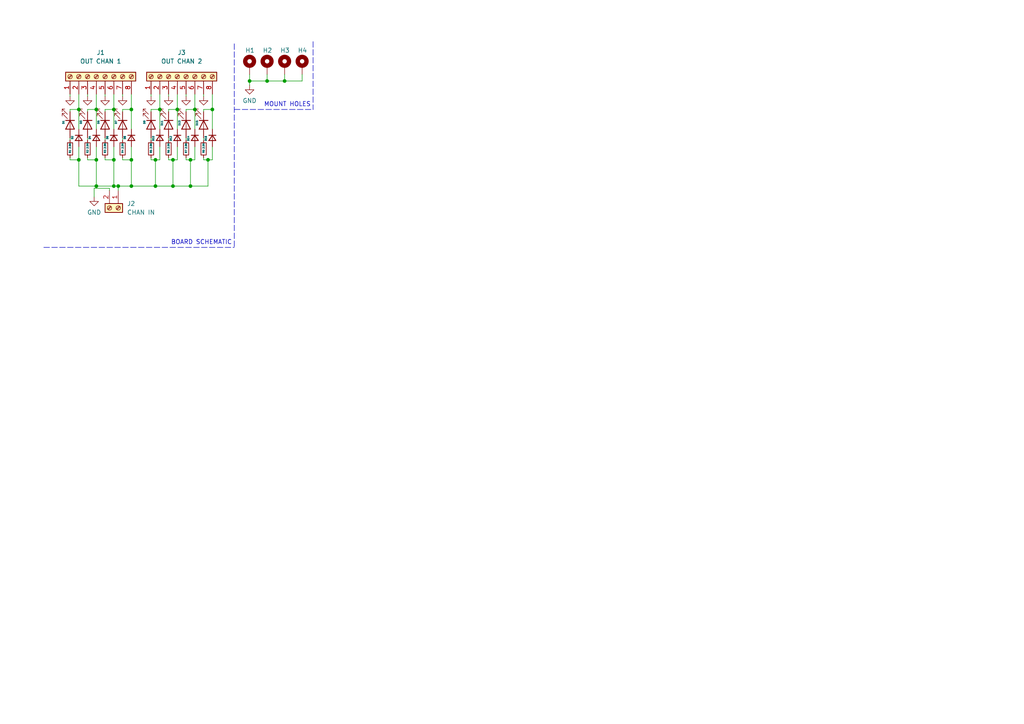
<source format=kicad_sch>
(kicad_sch (version 20211123) (generator eeschema)
  (paper "A4")
  (lib_symbols
    (symbol "Connector:Screw_Terminal_01x02" (pin_names (offset 1.016) hide)
      (property "Reference" "J" (at 0 2.54 0))
      (property "Value" "Screw_Terminal_01x02" (at 0 -5.08 0))
      (symbol "Screw_Terminal_01x02_1_1"
        (rectangle (start -1.27 1.27) (end 1.27 -3.81) (stroke (width 0.254)) (fill (type background)))
        (circle (center 0 -2.54) (radius 0.635) (stroke (width 0.1524)))
        (polyline (pts (xy -0.5334 -2.2098) (xy 0.3302 -3.048)) (stroke (width 0.1524)))
        (polyline (pts (xy -0.5334 0.3302) (xy 0.3302 -0.508)) (stroke (width 0.1524)))
        (polyline (pts (xy -0.3556 -2.032) (xy 0.508 -2.8702)) (stroke (width 0.1524)))
        (polyline (pts (xy -0.3556 0.508) (xy 0.508 -0.3302)) (stroke (width 0.1524)))
        (circle (center 0 0) (radius 0.635) (stroke (width 0.1524)))
        (pin passive line (at -5.08 0 0) (length 3.81) (name "Pin_1") (number "1"))
        (pin passive line (at -5.08 -2.54 0) (length 3.81) (name "Pin_2") (number "2"))
      )
    )
    (symbol "Connector:Screw_Terminal_01x08" (pin_names (offset 1.016) hide)
      (property "Reference" "J" (at 0 10.16 0))
      (property "Value" "Screw_Terminal_01x08" (at 0 -12.7 0))
      (symbol "Screw_Terminal_01x08_1_1"
        (rectangle (start -1.27 8.89) (end 1.27 -11.43) (stroke (width 0.254)) (fill (type background)))
        (circle (center 0 -10.16) (radius 0.635) (stroke (width 0.1524)))
        (circle (center 0 -7.62) (radius 0.635) (stroke (width 0.1524)))
        (circle (center 0 -5.08) (radius 0.635) (stroke (width 0.1524)))
        (circle (center 0 -2.54) (radius 0.635) (stroke (width 0.1524)))
        (polyline (pts (xy -0.5334 -9.8298) (xy 0.3302 -10.668)) (stroke (width 0.1524)))
        (polyline (pts (xy -0.5334 -7.2898) (xy 0.3302 -8.128)) (stroke (width 0.1524)))
        (polyline (pts (xy -0.5334 -4.7498) (xy 0.3302 -5.588)) (stroke (width 0.1524)))
        (polyline (pts (xy -0.5334 -2.2098) (xy 0.3302 -3.048)) (stroke (width 0.1524)))
        (polyline (pts (xy -0.5334 0.3302) (xy 0.3302 -0.508)) (stroke (width 0.1524)))
        (polyline (pts (xy -0.5334 2.8702) (xy 0.3302 2.032)) (stroke (width 0.1524)))
        (polyline (pts (xy -0.5334 5.4102) (xy 0.3302 4.572)) (stroke (width 0.1524)))
        (polyline (pts (xy -0.5334 7.9502) (xy 0.3302 7.112)) (stroke (width 0.1524)))
        (polyline (pts (xy -0.3556 -9.652) (xy 0.508 -10.4902)) (stroke (width 0.1524)))
        (polyline (pts (xy -0.3556 -7.112) (xy 0.508 -7.9502)) (stroke (width 0.1524)))
        (polyline (pts (xy -0.3556 -4.572) (xy 0.508 -5.4102)) (stroke (width 0.1524)))
        (polyline (pts (xy -0.3556 -2.032) (xy 0.508 -2.8702)) (stroke (width 0.1524)))
        (polyline (pts (xy -0.3556 0.508) (xy 0.508 -0.3302)) (stroke (width 0.1524)))
        (polyline (pts (xy -0.3556 3.048) (xy 0.508 2.2098)) (stroke (width 0.1524)))
        (polyline (pts (xy -0.3556 5.588) (xy 0.508 4.7498)) (stroke (width 0.1524)))
        (polyline (pts (xy -0.3556 8.128) (xy 0.508 7.2898)) (stroke (width 0.1524)))
        (circle (center 0 0) (radius 0.635) (stroke (width 0.1524)))
        (circle (center 0 2.54) (radius 0.635) (stroke (width 0.1524)))
        (circle (center 0 5.08) (radius 0.635) (stroke (width 0.1524)))
        (circle (center 0 7.62) (radius 0.635) (stroke (width 0.1524)))
        (pin passive line (at -5.08 7.62 0) (length 3.81) (name "Pin_1") (number "1"))
        (pin passive line (at -5.08 5.08 0) (length 3.81) (name "Pin_2") (number "2"))
        (pin passive line (at -5.08 2.54 0) (length 3.81) (name "Pin_3") (number "3"))
        (pin passive line (at -5.08 0 0) (length 3.81) (name "Pin_4") (number "4"))
        (pin passive line (at -5.08 -2.54 0) (length 3.81) (name "Pin_5") (number "5"))
        (pin passive line (at -5.08 -5.08 0) (length 3.81) (name "Pin_6") (number "6"))
        (pin passive line (at -5.08 -7.62 0) (length 3.81) (name "Pin_7") (number "7"))
        (pin passive line (at -5.08 -10.16 0) (length 3.81) (name "Pin_8") (number "8"))
      )
    )
    (symbol "Device:D_Small" (pin_numbers hide) (pin_names (offset 0.254) hide)
      (property "Reference" "D" (at -1.27 2.032 0))
      (property "Value" "D_Small" (at -3.81 -2.032 0))
      (symbol "D_Small_0_1"
        (polyline (pts (xy -0.762 -1.016) (xy -0.762 1.016)) (stroke (width 0.254)))
        (polyline (pts (xy -0.762 0) (xy 0.762 0)))
        (polyline (pts (xy 0.762 -1.016) (xy -0.762 0) (xy 0.762 1.016) (xy 0.762 -1.016)) (stroke (width 0.254)))
      )
      (symbol "D_Small_1_1"
        (pin passive line (at -2.54 0 0) (length 1.778) (name "K") (number "1"))
        (pin passive line (at 2.54 0 180) (length 1.778) (name "A") (number "2"))
      )
    )
    (symbol "Device:LED" (pin_numbers hide) (pin_names (offset 1.016) hide)
      (property "Reference" "D" (at 0 2.54 0))
      (property "Value" "LED" (at 0 -2.54 0))
      (symbol "LED_0_1"
        (polyline (pts (xy -1.27 -1.27) (xy -1.27 1.27)) (stroke (width 0.254)))
        (polyline (pts (xy -1.27 0) (xy 1.27 0)))
        (polyline (pts (xy 1.27 -1.27) (xy 1.27 1.27) (xy -1.27 0) (xy 1.27 -1.27)) (stroke (width 0.254)))
        (polyline (pts (xy -3.048 -0.762) (xy -4.572 -2.286) (xy -3.81 -2.286) (xy -4.572 -2.286) (xy -4.572 -1.524)))
        (polyline (pts (xy -1.778 -0.762) (xy -3.302 -2.286) (xy -2.54 -2.286) (xy -3.302 -2.286) (xy -3.302 -1.524)))
      )
      (symbol "LED_1_1"
        (pin passive line (at -3.81 0 0) (length 2.54) (name "K") (number "1"))
        (pin passive line (at 3.81 0 180) (length 2.54) (name "A") (number "2"))
      )
    )
    (symbol "Device:R_Small" (pin_numbers hide) (pin_names (offset 0.254) hide)
      (property "Reference" "R" (at 0.762 0.508 0))
      (property "Value" "R_Small" (at 0.762 -1.016 0))
      (symbol "R_Small_0_1"
        (rectangle (start -0.762 1.778) (end 0.762 -1.778) (stroke (width 0.2032)))
      )
      (symbol "R_Small_1_1"
        (pin passive line (at 0 2.54 270) (length 0.762) (name "~") (number "1"))
        (pin passive line (at 0 -2.54 90) (length 0.762) (name "~") (number "2"))
      )
    )
    (symbol "Mechanical:MountingHole_Pad" (pin_numbers hide) (pin_names (offset 1.016) hide)
      (property "Reference" "H" (at 0 6.35 0))
      (property "Value" "MountingHole_Pad" (at 0 4.445 0))
      (symbol "MountingHole_Pad_0_1"
        (circle (center 0 1.27) (radius 1.27) (stroke (width 1.27)))
      )
      (symbol "MountingHole_Pad_1_1"
        (pin input line (at 0 -2.54 90) (length 2.54) (name "1") (number "1"))
      )
    )
    (symbol "power:GND" (power) (pin_names (offset 0))
      (property "Value" "GND" (at 0 -3.81 0))
      (symbol "GND_0_1"
        (polyline (pts (xy 0 0) (xy 0 -1.27) (xy 1.27 -1.27) (xy 0 -2.54) (xy -1.27 -1.27) (xy 0 -1.27)))
      )
      (symbol "GND_1_1"
        (pin power_in line (at 0 0 270) (length 0) hide (name "GND") (number "1"))
      )
    )
  )
  (junction (at 45.085 53.975))
  (junction (at 38.1 53.975))
  (junction (at 77.47 23.495))
  (junction (at 33.02 46.355))
  (junction (at 51.435 31.75))
  (junction (at 61.595 31.75))
  (junction (at 27.94 31.75))
  (junction (at 38.1 46.355))
  (junction (at 50.165 46.355))
  (junction (at 27.94 46.355))
  (junction (at 46.355 31.75))
  (junction (at 27.94 53.975))
  (junction (at 22.86 46.355))
  (junction (at 50.165 53.975))
  (junction (at 72.39 23.495))
  (junction (at 34.29 53.975))
  (junction (at 82.55 23.495))
  (junction (at 55.245 46.355))
  (junction (at 22.86 31.75))
  (junction (at 38.1 31.75))
  (junction (at 56.515 31.75))
  (junction (at 55.245 53.975))
  (junction (at 33.02 31.75))
  (junction (at 33.02 53.975))
  (junction (at 45.085 46.355))
  (junction (at 60.325 46.355))
  (wire (pts (xy 55.245 53.975) (xy 60.325 53.975)))
  (wire (pts (xy 45.085 53.975) (xy 50.165 53.975)))
  (wire (pts (xy 56.515 31.75) (xy 56.515 37.465)))
  (wire (pts (xy 43.815 46.355) (xy 45.085 46.355)))
  (wire (pts (xy 22.86 31.75) (xy 22.86 37.465)))
  (wire (pts (xy 20.32 32.385) (xy 20.32 31.75)))
  (wire (pts (xy 31.75 54.61) (xy 31.75 55.245)))
  (wire (pts (xy 35.56 46.355) (xy 38.1 46.355)))
  (wire (pts (xy 30.48 32.385) (xy 30.48 31.75)))
  (wire (pts (xy 51.435 27.305) (xy 51.435 31.75)))
  (wire (pts (xy 43.815 31.75) (xy 46.355 31.75)))
  (wire (pts (xy 35.56 40.64) (xy 35.56 40.005)))
  (wire (pts (xy 59.055 45.72) (xy 59.055 46.355)))
  (wire (pts (xy 33.02 46.355) (xy 33.02 53.975)))
  (wire (pts (xy 53.975 40.64) (xy 53.975 40.005)))
  (wire (pts (xy 20.32 27.305) (xy 20.32 27.94)))
  (wire (pts (xy 30.48 27.305) (xy 30.48 27.94)))
  (wire (pts (xy 61.595 27.305) (xy 61.595 31.75)))
  (wire (pts (xy 48.895 46.355) (xy 50.165 46.355)))
  (wire (pts (xy 60.325 53.975) (xy 60.325 46.355)))
  (polyline (pts (xy 90.805 12.065) (xy 90.805 31.75)))
  (wire (pts (xy 59.055 27.305) (xy 59.055 27.94)))
  (wire (pts (xy 61.595 42.545) (xy 61.595 46.355)))
  (wire (pts (xy 45.085 46.355) (xy 46.355 46.355)))
  (wire (pts (xy 56.515 27.305) (xy 56.515 31.75)))
  (wire (pts (xy 20.32 40.64) (xy 20.32 40.005)))
  (wire (pts (xy 38.1 42.545) (xy 38.1 46.355)))
  (wire (pts (xy 38.1 46.355) (xy 38.1 53.975)))
  (wire (pts (xy 34.29 53.975) (xy 34.29 55.245)))
  (wire (pts (xy 43.815 45.72) (xy 43.815 46.355)))
  (wire (pts (xy 27.94 46.355) (xy 27.94 53.975)))
  (wire (pts (xy 82.55 21.59) (xy 82.55 23.495)))
  (wire (pts (xy 59.055 46.355) (xy 60.325 46.355)))
  (wire (pts (xy 22.86 46.355) (xy 22.86 53.975)))
  (wire (pts (xy 33.02 27.305) (xy 33.02 31.75)))
  (wire (pts (xy 45.085 53.975) (xy 45.085 46.355)))
  (wire (pts (xy 43.815 32.385) (xy 43.815 31.75)))
  (wire (pts (xy 30.48 40.64) (xy 30.48 40.005)))
  (wire (pts (xy 22.86 27.305) (xy 22.86 31.75)))
  (wire (pts (xy 46.355 42.545) (xy 46.355 46.355)))
  (wire (pts (xy 25.4 40.64) (xy 25.4 40.005)))
  (wire (pts (xy 38.1 53.975) (xy 45.085 53.975)))
  (wire (pts (xy 25.4 31.75) (xy 27.94 31.75)))
  (wire (pts (xy 61.595 31.75) (xy 61.595 37.465)))
  (wire (pts (xy 55.245 53.975) (xy 55.245 46.355)))
  (wire (pts (xy 27.305 54.61) (xy 27.305 57.15)))
  (wire (pts (xy 33.02 31.75) (xy 33.02 37.465)))
  (wire (pts (xy 43.815 40.64) (xy 43.815 40.005)))
  (wire (pts (xy 48.895 40.64) (xy 48.895 40.005)))
  (wire (pts (xy 53.975 32.385) (xy 53.975 31.75)))
  (wire (pts (xy 22.86 53.975) (xy 27.94 53.975)))
  (polyline (pts (xy 67.945 12.7) (xy 67.945 71.755)))
  (wire (pts (xy 20.32 45.72) (xy 20.32 46.355)))
  (wire (pts (xy 35.56 31.75) (xy 38.1 31.75)))
  (wire (pts (xy 60.325 46.355) (xy 61.595 46.355)))
  (wire (pts (xy 59.055 32.385) (xy 59.055 31.75)))
  (wire (pts (xy 20.32 46.355) (xy 22.86 46.355)))
  (wire (pts (xy 50.165 46.355) (xy 51.435 46.355)))
  (wire (pts (xy 30.48 46.355) (xy 33.02 46.355)))
  (wire (pts (xy 59.055 40.64) (xy 59.055 40.005)))
  (wire (pts (xy 25.4 45.72) (xy 25.4 46.355)))
  (wire (pts (xy 30.48 45.72) (xy 30.48 46.355)))
  (wire (pts (xy 27.94 53.975) (xy 33.02 53.975)))
  (wire (pts (xy 46.355 27.305) (xy 46.355 31.75)))
  (polyline (pts (xy 67.945 31.75) (xy 90.805 31.75)))
  (wire (pts (xy 25.4 32.385) (xy 25.4 31.75)))
  (wire (pts (xy 87.63 21.59) (xy 87.63 23.495)))
  (wire (pts (xy 53.975 27.305) (xy 53.975 27.94)))
  (wire (pts (xy 48.895 27.305) (xy 48.895 27.94)))
  (wire (pts (xy 51.435 42.545) (xy 51.435 46.355)))
  (wire (pts (xy 46.355 31.75) (xy 46.355 37.465)))
  (wire (pts (xy 77.47 21.59) (xy 77.47 23.495)))
  (wire (pts (xy 33.02 42.545) (xy 33.02 46.355)))
  (wire (pts (xy 50.165 53.975) (xy 50.165 46.355)))
  (wire (pts (xy 48.895 31.75) (xy 51.435 31.75)))
  (wire (pts (xy 72.39 21.59) (xy 72.39 23.495)))
  (wire (pts (xy 22.86 42.545) (xy 22.86 46.355)))
  (wire (pts (xy 48.895 45.72) (xy 48.895 46.355)))
  (wire (pts (xy 55.245 46.355) (xy 56.515 46.355)))
  (wire (pts (xy 53.975 45.72) (xy 53.975 46.355)))
  (wire (pts (xy 27.94 27.305) (xy 27.94 31.75)))
  (polyline (pts (xy 12.7 71.755) (xy 67.945 71.755)))
  (wire (pts (xy 27.94 31.75) (xy 27.94 37.465)))
  (wire (pts (xy 30.48 31.75) (xy 33.02 31.75)))
  (wire (pts (xy 27.94 42.545) (xy 27.94 46.355)))
  (wire (pts (xy 56.515 42.545) (xy 56.515 46.355)))
  (wire (pts (xy 31.75 54.61) (xy 27.305 54.61)))
  (wire (pts (xy 38.1 53.975) (xy 34.29 53.975)))
  (wire (pts (xy 50.165 53.975) (xy 55.245 53.975)))
  (wire (pts (xy 35.56 45.72) (xy 35.56 46.355)))
  (wire (pts (xy 59.055 31.75) (xy 61.595 31.75)))
  (wire (pts (xy 77.47 23.495) (xy 72.39 23.495)))
  (wire (pts (xy 25.4 46.355) (xy 27.94 46.355)))
  (wire (pts (xy 82.55 23.495) (xy 87.63 23.495)))
  (wire (pts (xy 77.47 23.495) (xy 82.55 23.495)))
  (wire (pts (xy 33.02 53.975) (xy 34.29 53.975)))
  (wire (pts (xy 35.56 32.385) (xy 35.56 31.75)))
  (wire (pts (xy 43.815 27.305) (xy 43.815 27.94)))
  (wire (pts (xy 38.1 27.305) (xy 38.1 31.75)))
  (wire (pts (xy 53.975 31.75) (xy 56.515 31.75)))
  (wire (pts (xy 53.975 46.355) (xy 55.245 46.355)))
  (wire (pts (xy 20.32 31.75) (xy 22.86 31.75)))
  (wire (pts (xy 48.895 32.385) (xy 48.895 31.75)))
  (wire (pts (xy 25.4 27.305) (xy 25.4 27.94)))
  (wire (pts (xy 72.39 23.495) (xy 72.39 24.765)))
  (wire (pts (xy 51.435 31.75) (xy 51.435 37.465)))
  (wire (pts (xy 35.56 27.305) (xy 35.56 27.94)))
  (wire (pts (xy 38.1 31.75) (xy 38.1 37.465)))
  (text "BOARD SCHEMATIC" (at 67.31 71.12 180) (effects (font (size 1.27 1.27)) (justify right bottom)))
  (text "MOUNT HOLES" (at 90.17 31.115 180) (effects (font (size 1.27 1.27)) (justify right bottom)))
  (symbol (lib_id "Connector:Screw_Terminal_01x08") (at 51.435 22.225 90) (unit 1)
    (property "Reference" "J3" (at 52.705 15.24 90))
    (property "Value" "OUT CHAN 2" (at 52.705 17.78 90))
    (property "Footprint" "TerminalBlock_Phoenix:TerminalBlock_Phoenix_MPT-0,5-8-2.54_1x08_P2.54mm_Horizontal" (effects hide))
  )
  (symbol (lib_id "Mechanical:MountingHole_Pad") (at 82.55 19.05 0) (unit 1)
    (property "Reference" "H3" (at 81.28 14.605 0) (effects (justify left)))
    (property "Value" "MountingHole_Pad" (effects hide))
    (property "Footprint" "MountingHole:MountingHole_3.2mm_M3_DIN965_Pad_TopBottom" (effects hide))
  )
  (symbol (lib_id "power:GND") (at 25.4 27.94 0) (unit 1)
    (property "Reference" "#PWR0107" (effects hide))
    (property "Value" "GND" (effects hide))
  )
  (symbol (lib_id "Device:R_Small") (at 59.055 43.18 0) (unit 1)
    (property "Reference" "R8" (at 59.055 44.45 90) (effects (font (size 0.5 0.5)) (justify left)))
    (property "Value" "2.9K" (at 59.055 43.18 90) (effects (font (size 0.5 0.5)) (justify left)))
    (property "Footprint" "Resistor_SMD:R_0603_1608Metric" (effects hide))
  )
  (symbol (lib_id "power:GND") (at 35.56 27.94 0) (unit 1)
    (property "Reference" "#PWR0108" (effects hide))
    (property "Value" "GND" (effects hide))
  )
  (symbol (lib_id "power:GND") (at 59.055 27.94 0) (unit 1)
    (property "Reference" "#PWR0113" (effects hide))
    (property "Value" "GND" (effects hide))
  )
  (symbol (lib_id "Device:R_Small") (at 30.48 43.18 0) (unit 1)
    (property "Reference" "R3" (at 30.48 44.45 90) (effects (font (size 0.5 0.5)) (justify left)))
    (property "Value" "2.9K" (at 30.48 43.18 90) (effects (font (size 0.5 0.5)) (justify left)))
    (property "Footprint" "Resistor_SMD:R_0603_1608Metric" (effects hide))
  )
  (symbol (lib_id "Device:LED") (at 48.895 36.195 270) (unit 1)
    (property "Reference" "D11" (at 46.99 34.925 0) (effects (font (size 0.5 0.5)) (justify left)))
    (property "Value" "LED" (effects hide))
    (property "Footprint" "LED_SMD:LED_0805_2012Metric" (effects hide))
  )
  (symbol (lib_id "Device:LED") (at 35.56 36.195 270) (unit 1)
    (property "Reference" "D7" (at 33.655 34.925 0) (effects (font (size 0.5 0.5)) (justify left)))
    (property "Value" "LED" (effects hide))
    (property "Footprint" "LED_SMD:LED_0805_2012Metric" (effects hide))
  )
  (symbol (lib_id "power:GND") (at 20.32 27.94 0) (unit 1)
    (property "Reference" "#PWR0106" (effects hide))
    (property "Value" "GND" (effects hide))
  )
  (symbol (lib_id "Device:D_Small") (at 22.86 40.005 270) (unit 1)
    (property "Reference" "D2" (at 20.955 39.37 0) (effects (font (size 0.5 0.5)) (justify left)))
    (property "Value" "D_Small" (effects hide))
    (property "Footprint" "Diode_SMD:D_SMA" (effects hide))
  )
  (symbol (lib_id "Device:LED") (at 59.055 36.195 270) (unit 1)
    (property "Reference" "D15" (at 57.15 34.925 0) (effects (font (size 0.5 0.5)) (justify left)))
    (property "Value" "LED" (effects hide))
    (property "Footprint" "LED_SMD:LED_0805_2012Metric" (effects hide))
  )
  (symbol (lib_id "Device:D_Small") (at 61.595 40.005 270) (unit 1)
    (property "Reference" "D16" (at 59.69 39.37 0) (effects (font (size 0.5 0.5)) (justify left)))
    (property "Value" "D_Small" (effects hide))
    (property "Footprint" "Diode_SMD:D_SMA" (effects hide))
  )
  (symbol (lib_id "Device:D_Small") (at 33.02 40.005 270) (unit 1)
    (property "Reference" "D6" (at 31.115 39.37 0) (effects (font (size 0.5 0.5)) (justify left)))
    (property "Value" "D_Small" (effects hide))
    (property "Footprint" "Diode_SMD:D_SMA" (effects hide))
  )
  (symbol (lib_id "Mechanical:MountingHole_Pad") (at 87.63 19.05 0) (unit 1)
    (property "Reference" "H4" (at 86.36 14.605 0) (effects (justify left)))
    (property "Value" "MountingHole_Pad" (effects hide))
    (property "Footprint" "MountingHole:MountingHole_3.2mm_M3_DIN965_Pad_TopBottom" (effects hide))
  )
  (symbol (lib_id "power:GND") (at 43.815 27.94 0) (unit 1)
    (property "Reference" "#PWR0114" (effects hide))
    (property "Value" "GND" (effects hide))
  )
  (symbol (lib_id "Device:R_Small") (at 35.56 43.18 0) (unit 1)
    (property "Reference" "R4" (at 35.56 44.45 90) (effects (font (size 0.5 0.5)) (justify left)))
    (property "Value" "2.9K" (at 35.56 43.18 90) (effects (font (size 0.5 0.5)) (justify left)))
    (property "Footprint" "Resistor_SMD:R_0603_1608Metric" (effects hide))
  )
  (symbol (lib_id "Device:R_Small") (at 48.895 43.18 0) (unit 1)
    (property "Reference" "R6" (at 48.895 44.45 90) (effects (font (size 0.5 0.5)) (justify left)))
    (property "Value" "2.9K" (at 48.895 43.18 90) (effects (font (size 0.5 0.5)) (justify left)))
    (property "Footprint" "Resistor_SMD:R_0603_1608Metric" (effects hide))
  )
  (symbol (lib_id "Device:D_Small") (at 51.435 40.005 270) (unit 1)
    (property "Reference" "D12" (at 49.53 39.37 0) (effects (font (size 0.5 0.5)) (justify left)))
    (property "Value" "D_Small" (effects hide))
    (property "Footprint" "Diode_SMD:D_SMA" (effects hide))
  )
  (symbol (lib_id "power:GND") (at 30.48 27.94 0) (unit 1)
    (property "Reference" "#PWR0105" (effects hide))
    (property "Value" "GND" (effects hide))
  )
  (symbol (lib_id "Device:LED") (at 30.48 36.195 270) (unit 1)
    (property "Reference" "D5" (at 28.575 34.925 0) (effects (font (size 0.5 0.5)) (justify left)))
    (property "Value" "LED" (effects hide))
    (property "Footprint" "LED_SMD:LED_0805_2012Metric" (effects hide))
  )
  (symbol (lib_id "power:GND") (at 48.895 27.94 0) (unit 1)
    (property "Reference" "#PWR0115" (effects hide))
    (property "Value" "GND" (effects hide))
  )
  (symbol (lib_id "power:GND") (at 27.305 57.15 0) (unit 1)
    (property "Reference" "#PWR01" (effects hide))
    (property "Value" "GND" (at 27.305 61.595 0))
  )
  (symbol (lib_id "Device:D_Small") (at 56.515 40.005 270) (unit 1)
    (property "Reference" "D14" (at 54.61 39.37 0) (effects (font (size 0.5 0.5)) (justify left)))
    (property "Value" "D_Small" (effects hide))
    (property "Footprint" "Diode_SMD:D_SMA" (effects hide))
  )
  (symbol (lib_id "power:GND") (at 53.975 27.94 0) (unit 1)
    (property "Reference" "#PWR0116" (effects hide))
    (property "Value" "GND" (effects hide))
  )
  (symbol (lib_id "Device:R_Small") (at 43.815 43.18 0) (unit 1)
    (property "Reference" "R5" (at 43.815 44.45 90) (effects (font (size 0.5 0.5)) (justify left)))
    (property "Value" "2.9K" (at 43.815 43.18 90) (effects (font (size 0.5 0.5)) (justify left)))
    (property "Footprint" "Resistor_SMD:R_0603_1608Metric" (effects hide))
  )
  (symbol (lib_id "Mechanical:MountingHole_Pad") (at 72.39 19.05 0) (unit 1)
    (property "Reference" "H1" (at 71.12 14.605 0) (effects (justify left)))
    (property "Value" "MountingHole_Pad" (effects hide))
    (property "Footprint" "MountingHole:MountingHole_3.2mm_M3_DIN965_Pad_TopBottom" (effects hide))
  )
  (symbol (lib_id "Device:R_Small") (at 25.4 43.18 0) (unit 1)
    (property "Reference" "R2" (at 25.4 44.45 90) (effects (font (size 0.5 0.5)) (justify left)))
    (property "Value" "2.9K" (at 25.4 43.18 90) (effects (font (size 0.5 0.5)) (justify left)))
    (property "Footprint" "Resistor_SMD:R_0603_1608Metric" (effects hide))
  )
  (symbol (lib_id "power:GND") (at 72.39 24.765 0) (unit 1)
    (property "Reference" "#PWR0117" (effects hide))
    (property "Value" "GND" (at 72.39 29.21 0))
  )
  (symbol (lib_id "Connector:Screw_Terminal_01x02") (at 34.29 60.325 270) (unit 1)
    (property "Reference" "J2" (at 36.83 59.0549 90) (effects (justify left)))
    (property "Value" "CHAN IN" (at 36.83 61.5949 90) (effects (justify left)))
    (property "Footprint" "TerminalBlock_Phoenix:TerminalBlock_Phoenix_MPT-0,5-2-2.54_1x02_P2.54mm_Horizontal" (effects hide))
  )
  (symbol (lib_id "Device:R_Small") (at 53.975 43.18 0) (unit 1)
    (property "Reference" "R7" (at 53.975 44.45 90) (effects (font (size 0.5 0.5)) (justify left)))
    (property "Value" "2.9K" (at 53.975 43.18 90) (effects (font (size 0.5 0.5)) (justify left)))
    (property "Footprint" "Resistor_SMD:R_0603_1608Metric" (effects hide))
  )
  (symbol (lib_id "Connector:Screw_Terminal_01x08") (at 27.94 22.225 90) (unit 1)
    (property "Reference" "J1" (at 29.21 15.24 90))
    (property "Value" "OUT CHAN 1" (at 29.21 17.78 90))
    (property "Footprint" "TerminalBlock_Phoenix:TerminalBlock_Phoenix_MPT-0,5-8-2.54_1x08_P2.54mm_Horizontal" (effects hide))
  )
  (symbol (lib_id "Device:D_Small") (at 38.1 40.005 270) (unit 1)
    (property "Reference" "D8" (at 36.195 39.37 0) (effects (font (size 0.5 0.5)) (justify left)))
    (property "Value" "D_Small" (effects hide))
    (property "Footprint" "Diode_SMD:D_SMA" (effects hide))
  )
  (symbol (lib_id "Device:LED") (at 25.4 36.195 270) (unit 1)
    (property "Reference" "D3" (at 23.495 34.925 0) (effects (font (size 0.5 0.5)) (justify left)))
    (property "Value" "LED" (effects hide))
    (property "Footprint" "LED_SMD:LED_0805_2012Metric" (effects hide))
  )
  (symbol (lib_id "Device:LED") (at 20.32 36.195 270) (unit 1)
    (property "Reference" "D1" (at 18.415 34.925 0) (effects (font (size 0.5 0.5)) (justify left)))
    (property "Value" "LED" (effects hide))
    (property "Footprint" "LED_SMD:LED_0805_2012Metric" (effects hide))
  )
  (symbol (lib_id "Mechanical:MountingHole_Pad") (at 77.47 19.05 0) (unit 1)
    (property "Reference" "H2" (at 76.2 14.605 0) (effects (justify left)))
    (property "Value" "MountingHole_Pad" (effects hide))
    (property "Footprint" "MountingHole:MountingHole_3.2mm_M3_DIN965_Pad_TopBottom" (effects hide))
  )
  (symbol (lib_id "Device:D_Small") (at 27.94 40.005 270) (unit 1)
    (property "Reference" "D4" (at 26.035 39.37 0) (effects (font (size 0.5 0.5)) (justify left)))
    (property "Value" "D_Small" (effects hide))
    (property "Footprint" "Diode_SMD:D_SMA" (effects hide))
  )
  (symbol (lib_id "Device:R_Small") (at 20.32 43.18 0) (unit 1)
    (property "Reference" "R1" (at 20.32 44.45 90) (effects (font (size 0.5 0.5)) (justify left)))
    (property "Value" "2.9K" (at 20.32 43.18 90) (effects (font (size 0.5 0.5)) (justify left)))
    (property "Footprint" "Resistor_SMD:R_0603_1608Metric" (effects hide))
  )
  (symbol (lib_id "Device:D_Small") (at 46.355 40.005 270) (unit 1)
    (property "Reference" "D10" (at 44.45 39.37 0) (effects (font (size 0.5 0.5)) (justify left)))
    (property "Value" "D_Small" (effects hide))
    (property "Footprint" "Diode_SMD:D_SMA" (effects hide))
  )
  (symbol (lib_id "Device:LED") (at 53.975 36.195 270) (unit 1)
    (property "Reference" "D13" (at 52.07 34.925 0) (effects (font (size 0.5 0.5)) (justify left)))
    (property "Value" "LED" (effects hide))
    (property "Footprint" "LED_SMD:LED_0805_2012Metric" (effects hide))
  )
  (symbol (lib_id "Device:LED") (at 43.815 36.195 270) (unit 1)
    (property "Reference" "D9" (at 41.91 34.925 0) (effects (font (size 0.5 0.5)) (justify left)))
    (property "Value" "LED" (effects hide))
    (property "Footprint" "LED_SMD:LED_0805_2012Metric" (effects hide))
  )
)
</source>
